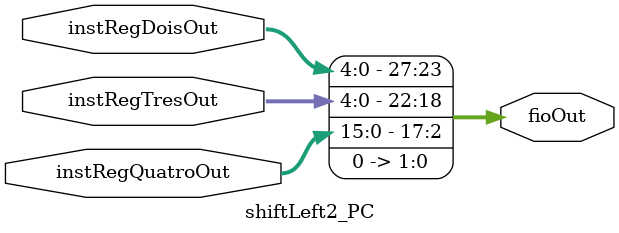
<source format=v>
module shiftLeft2_PC (instRegDoisOut, instRegTresOut, instRegQuatroOut, fioOut);
input [15:0] instRegQuatroOut;
input [5:0] instRegDoisOut, instRegTresOut;
output [27:0] fioOut;

reg [27:0] fioOut;

always @ (instRegDoisOut or instRegTresOut or instRegQuatroOut) begin
	fioOut[17:2] <= instRegQuatroOut[15:0];
	fioOut[22:18] <= instRegTresOut[5:0];
	fioOut[27:23] <= instRegDoisOut[5:0];
	fioOut[1:0] <= 2'd0;
	
end

endmodule

</source>
